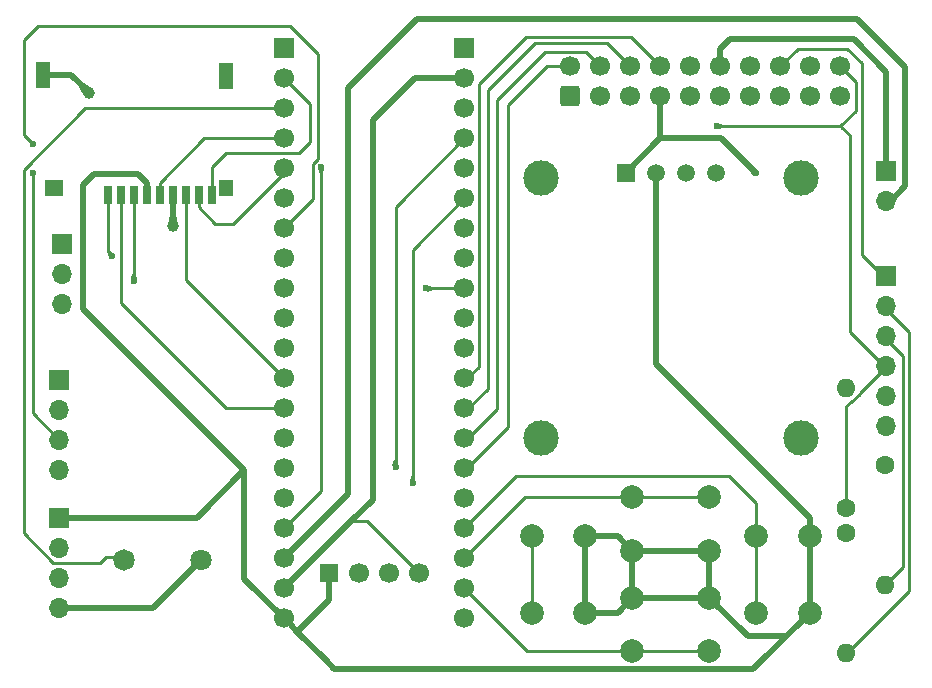
<source format=gbr>
%TF.GenerationSoftware,KiCad,Pcbnew,8.0.5*%
%TF.CreationDate,2024-11-21T15:57:14+01:00*%
%TF.ProjectId,sdiskII_stm32,73646973-6b49-4495-9f73-746d33322e6b,rev?*%
%TF.SameCoordinates,Original*%
%TF.FileFunction,Copper,L1,Top*%
%TF.FilePolarity,Positive*%
%FSLAX46Y46*%
G04 Gerber Fmt 4.6, Leading zero omitted, Abs format (unit mm)*
G04 Created by KiCad (PCBNEW 8.0.5) date 2024-11-21 15:57:14*
%MOMM*%
%LPD*%
G01*
G04 APERTURE LIST*
G04 Aperture macros list*
%AMRoundRect*
0 Rectangle with rounded corners*
0 $1 Rounding radius*
0 $2 $3 $4 $5 $6 $7 $8 $9 X,Y pos of 4 corners*
0 Add a 4 corners polygon primitive as box body*
4,1,4,$2,$3,$4,$5,$6,$7,$8,$9,$2,$3,0*
0 Add four circle primitives for the rounded corners*
1,1,$1+$1,$2,$3*
1,1,$1+$1,$4,$5*
1,1,$1+$1,$6,$7*
1,1,$1+$1,$8,$9*
0 Add four rect primitives between the rounded corners*
20,1,$1+$1,$2,$3,$4,$5,0*
20,1,$1+$1,$4,$5,$6,$7,0*
20,1,$1+$1,$6,$7,$8,$9,0*
20,1,$1+$1,$8,$9,$2,$3,0*%
G04 Aperture macros list end*
%TA.AperFunction,ComponentPad*%
%ADD10RoundRect,0.250000X0.600000X-0.600000X0.600000X0.600000X-0.600000X0.600000X-0.600000X-0.600000X0*%
%TD*%
%TA.AperFunction,ComponentPad*%
%ADD11C,1.700000*%
%TD*%
%TA.AperFunction,ComponentPad*%
%ADD12R,1.700000X1.700000*%
%TD*%
%TA.AperFunction,ComponentPad*%
%ADD13O,1.700000X1.700000*%
%TD*%
%TA.AperFunction,ComponentPad*%
%ADD14C,2.000000*%
%TD*%
%TA.AperFunction,ComponentPad*%
%ADD15C,1.600000*%
%TD*%
%TA.AperFunction,ComponentPad*%
%ADD16O,1.600000X1.600000*%
%TD*%
%TA.AperFunction,ComponentPad*%
%ADD17C,1.824000*%
%TD*%
%TA.AperFunction,ComponentPad*%
%ADD18C,1.800000*%
%TD*%
%TA.AperFunction,ComponentPad*%
%ADD19R,1.524000X1.524000*%
%TD*%
%TA.AperFunction,ComponentPad*%
%ADD20R,1.508000X1.508000*%
%TD*%
%TA.AperFunction,ComponentPad*%
%ADD21C,1.508000*%
%TD*%
%TA.AperFunction,ComponentPad*%
%ADD22C,3.000000*%
%TD*%
%TA.AperFunction,SMDPad,CuDef*%
%ADD23R,1.600000X1.400000*%
%TD*%
%TA.AperFunction,SMDPad,CuDef*%
%ADD24R,1.200000X2.200000*%
%TD*%
%TA.AperFunction,SMDPad,CuDef*%
%ADD25R,0.700000X1.600000*%
%TD*%
%TA.AperFunction,SMDPad,CuDef*%
%ADD26R,1.200000X1.400000*%
%TD*%
%TA.AperFunction,ViaPad*%
%ADD27C,0.600000*%
%TD*%
%TA.AperFunction,ViaPad*%
%ADD28C,1.000000*%
%TD*%
%TA.AperFunction,Conductor*%
%ADD29C,0.250000*%
%TD*%
%TA.AperFunction,Conductor*%
%ADD30C,0.500000*%
%TD*%
G04 APERTURE END LIST*
D10*
%TO.P,J2,1,Pin_1*%
%TO.N,GND*%
X178290000Y-92490000D03*
D11*
%TO.P,J2,2,Pin_2*%
%TO.N,STEP0*%
X178290000Y-89950000D03*
%TO.P,J2,3,Pin_3*%
%TO.N,GND*%
X180830000Y-92490000D03*
%TO.P,J2,4,Pin_4*%
%TO.N,STEP1*%
X180830000Y-89950000D03*
%TO.P,J2,5,Pin_5*%
%TO.N,GND*%
X183370000Y-92490000D03*
%TO.P,J2,6,Pin_6*%
%TO.N,STEP2*%
X183370000Y-89950000D03*
%TO.P,J2,7,Pin_7*%
%TO.N,GND*%
X185910000Y-92490000D03*
%TO.P,J2,8,Pin_8*%
%TO.N,STEP3*%
X185910000Y-89950000D03*
%TO.P,J2,9,Pin_9*%
%TO.N,unconnected-(J2-Pin_9-Pad9)*%
X188450000Y-92490000D03*
%TO.P,J2,10,Pin_10*%
%TO.N,WR_REQ*%
X188450000Y-89950000D03*
%TO.P,J2,11,Pin_11*%
%TO.N,unconnected-(J2-Pin_11-Pad11)*%
X190990000Y-92490000D03*
%TO.P,J2,12,Pin_12*%
%TO.N,VCC*%
X190990000Y-89950000D03*
%TO.P,J2,13,Pin_13*%
%TO.N,unconnected-(J2-Pin_13-Pad13)*%
X193530000Y-92490000D03*
%TO.P,J2,14,Pin_14*%
%TO.N,DEVICE_ENABLE*%
X193530000Y-89950000D03*
%TO.P,J2,15,Pin_15*%
%TO.N,unconnected-(J2-Pin_15-Pad15)*%
X196070000Y-92490000D03*
%TO.P,J2,16,Pin_16*%
%TO.N,RD_DATA*%
X196070000Y-89950000D03*
%TO.P,J2,17,Pin_17*%
%TO.N,unconnected-(J2-Pin_17-Pad17)*%
X198610000Y-92490000D03*
%TO.P,J2,18,Pin_18*%
%TO.N,WR_DATA*%
X198610000Y-89950000D03*
%TO.P,J2,19,Pin_19*%
%TO.N,unconnected-(J2-Pin_19-Pad19)*%
X201150000Y-92490000D03*
%TO.P,J2,20,Pin_20*%
%TO.N,WR_PROTECT*%
X201150000Y-89950000D03*
%TD*%
D12*
%TO.P,J3,1,Pin_1*%
%TO.N,RD_DATA*%
X205000000Y-107710000D03*
D13*
%TO.P,J3,2,Pin_2*%
%TO.N,WR_REQ*%
X205000000Y-110250000D03*
%TO.P,J3,3,Pin_3*%
%TO.N,DEVICE_ENABLE*%
X205000000Y-112790000D03*
%TO.P,J3,4,Pin_4*%
%TO.N,WR_PROTECT*%
X205000000Y-115330000D03*
%TO.P,J3,5,Pin_5*%
%TO.N,WR_DATA*%
X205000000Y-117870000D03*
%TO.P,J3,6,Pin_6*%
%TO.N,GND*%
X205000000Y-120410000D03*
%TD*%
D14*
%TO.P,UP1,1,1*%
%TO.N,+3.3V*%
X190040000Y-130950000D03*
X183540000Y-130950000D03*
%TO.P,UP1,2,2*%
%TO.N,BTN_UP*%
X190040000Y-126450000D03*
X183540000Y-126450000D03*
%TD*%
D12*
%TO.P,J5,1,Pin_1*%
%TO.N,TIM2_CH3*%
X135000000Y-116500000D03*
D13*
%TO.P,J5,2,Pin_2*%
%TO.N,TIM3_CH4*%
X135000000Y-119040000D03*
%TO.P,J5,3,Pin_3*%
%TO.N,DEBUG*%
X135000000Y-121580000D03*
%TO.P,J5,4,Pin_4*%
%TO.N,GND*%
X135000000Y-124120000D03*
%TD*%
D15*
%TO.P,R1,1*%
%TO.N,WR_PROTECT*%
X201600000Y-127330000D03*
D16*
%TO.P,R1,2*%
%TO.N,VCC*%
X201600000Y-117170000D03*
%TD*%
D17*
%TO.P,BZ1,1,+*%
%TO.N,TIM1_CH2N*%
X140500000Y-131750000D03*
D18*
%TO.P,BZ1,2,-*%
%TO.N,GND*%
X147000000Y-131750000D03*
%TD*%
D12*
%TO.P,J4,1,Pin_1*%
%TO.N,USART1_TX*%
X135240000Y-104975000D03*
D13*
%TO.P,J4,2,Pin_2*%
%TO.N,USART1_RX*%
X135240000Y-107515000D03*
%TO.P,J4,3,Pin_3*%
%TO.N,GND*%
X135240000Y-110055000D03*
%TD*%
D12*
%TO.P,\u03BCC1,1,B12*%
%TO.N,BTN_RET*%
X154050000Y-88440000D03*
D11*
%TO.P,\u03BCC1,2,B13*%
%TO.N,SD_EJECT*%
X154050000Y-90980000D03*
%TO.P,\u03BCC1,3,B14*%
%TO.N,TIM1_CH2N*%
X154050000Y-93520000D03*
%TO.P,\u03BCC1,4,B15*%
%TO.N,SDIO_CK*%
X154050000Y-96060000D03*
%TO.P,\u03BCC1,5,A8*%
%TO.N,SDIO_D1*%
X154050000Y-98600000D03*
%TO.P,\u03BCC1,6,A9*%
%TO.N,SDIO_D2*%
X154050000Y-101140000D03*
%TO.P,\u03BCC1,7,A10*%
%TO.N,DEBUG*%
X154050000Y-103680000D03*
%TO.P,\u03BCC1,8,A11*%
%TO.N,unconnected-(\u03BCC1-A11-Pad8)*%
X154050000Y-106220000D03*
%TO.P,\u03BCC1,9,A12*%
%TO.N,unconnected-(\u03BCC1-A12-Pad9)*%
X154050000Y-108760000D03*
%TO.P,\u03BCC1,10,A15*%
%TO.N,USART1_TX*%
X154050000Y-111300000D03*
%TO.P,\u03BCC1,11,B3*%
%TO.N,USART1_RX*%
X154050000Y-113840000D03*
%TO.P,\u03BCC1,12,B4*%
%TO.N,SDIO_DO*%
X154050000Y-116380000D03*
%TO.P,\u03BCC1,13,B5*%
%TO.N,SDIO_D3*%
X154050000Y-118920000D03*
%TO.P,\u03BCC1,14,B6*%
%TO.N,I2C_SCL*%
X154050000Y-121460000D03*
%TO.P,\u03BCC1,15,B7*%
%TO.N,I2C_SDA*%
X154050000Y-124000000D03*
%TO.P,\u03BCC1,16,B8*%
%TO.N,unconnected-(\u03BCC1-B8-Pad16)*%
X154050000Y-126540000D03*
%TO.P,\u03BCC1,17,B9*%
%TO.N,WR_REQ*%
X154050000Y-129080000D03*
%TO.P,\u03BCC1,18,5Vi*%
%TO.N,PWR_IN*%
X154050000Y-131620000D03*
%TO.P,\u03BCC1,19,GNDi*%
%TO.N,GND*%
X154050000Y-134160000D03*
%TO.P,\u03BCC1,20,3.3i*%
%TO.N,+3.3V*%
X154050000Y-136700000D03*
%TO.P,\u03BCC1,21,VB*%
%TO.N,unconnected-(\u03BCC1-VB-Pad21)*%
X169290000Y-136700000D03*
%TO.P,\u03BCC1,22,C13*%
%TO.N,BTN_DOWN*%
X169290000Y-134160000D03*
%TO.P,\u03BCC1,23,C14*%
%TO.N,BTN_UP*%
X169290000Y-131620000D03*
%TO.P,\u03BCC1,24,C15*%
%TO.N,BTN_ENTR*%
X169290000Y-129080000D03*
%TO.P,\u03BCC1,25,R*%
%TO.N,unconnected-(\u03BCC1-R-Pad25)*%
X169290000Y-126540000D03*
%TO.P,\u03BCC1,26,A0*%
%TO.N,STEP0*%
X169290000Y-124000000D03*
%TO.P,\u03BCC1,27,A1*%
%TO.N,STEP1*%
X169290000Y-121460000D03*
%TO.P,\u03BCC1,28,A2*%
%TO.N,STEP2*%
X169290000Y-118920000D03*
%TO.P,\u03BCC1,29,A3*%
%TO.N,STEP3*%
X169290000Y-116380000D03*
%TO.P,\u03BCC1,30,A4*%
%TO.N,DEVICE_ENABLE*%
X169290000Y-113840000D03*
%TO.P,\u03BCC1,31,A5*%
%TO.N,WR_DATA*%
X169290000Y-111300000D03*
%TO.P,\u03BCC1,32,A6*%
%TO.N,SDIO_CMD*%
X169290000Y-108760000D03*
%TO.P,\u03BCC1,33,A7*%
%TO.N,WR_DATA*%
X169290000Y-106220000D03*
%TO.P,\u03BCC1,34,B0*%
%TO.N,RD_DATA*%
X169290000Y-103680000D03*
%TO.P,\u03BCC1,35,B1*%
%TO.N,TIM3_CH4*%
X169290000Y-101140000D03*
%TO.P,\u03BCC1,36,B2*%
%TO.N,WR_PROTECT*%
X169290000Y-98600000D03*
%TO.P,\u03BCC1,37,B10*%
%TO.N,TIM2_CH3*%
X169290000Y-96060000D03*
%TO.P,\u03BCC1,38,3.3ii*%
%TO.N,unconnected-(\u03BCC1-3.3ii-Pad38)*%
X169290000Y-93520000D03*
%TO.P,\u03BCC1,39,GNDii*%
%TO.N,GND*%
X169290000Y-90980000D03*
D12*
%TO.P,\u03BCC1,40,5Vii*%
%TO.N,unconnected-(\u03BCC1-5Vii-Pad40)*%
X169290000Y-88440000D03*
D19*
%TO.P,\u03BCC1,41,3.3V*%
%TO.N,+3.3V*%
X157860000Y-132890000D03*
D11*
%TO.P,\u03BCC1,42,SDIO*%
%TO.N,SDIO*%
X160400000Y-132890000D03*
%TO.P,\u03BCC1,43,SCK*%
%TO.N,SCK*%
X162940000Y-132890000D03*
%TO.P,\u03BCC1,44,GND*%
%TO.N,GND*%
X165480000Y-132890000D03*
%TD*%
D12*
%TO.P,J1,1,Pin_1*%
%TO.N,VCC*%
X205000000Y-98810000D03*
D13*
%TO.P,J1,2,Pin_2*%
%TO.N,PWR_IN*%
X205000000Y-101350000D03*
%TD*%
D14*
%TO.P,ENTR1,1,1*%
%TO.N,+3.3V*%
X198540000Y-129700000D03*
X198540000Y-136200000D03*
%TO.P,ENTR1,2,2*%
%TO.N,BTN_ENTR*%
X194040000Y-129700000D03*
X194040000Y-136200000D03*
%TD*%
D12*
%TO.P,J6,1,Pin_1*%
%TO.N,+3.3V*%
X135000000Y-128180000D03*
D13*
%TO.P,J6,2,Pin_2*%
%TO.N,SDIO*%
X135000000Y-130720000D03*
%TO.P,J6,3,Pin_3*%
%TO.N,SCK*%
X135000000Y-133260000D03*
%TO.P,J6,4,Pin_4*%
%TO.N,GND*%
X135000000Y-135800000D03*
%TD*%
D15*
%TO.P,R3,1*%
%TO.N,VCC*%
X204950000Y-123670000D03*
D16*
%TO.P,R3,2*%
%TO.N,DEVICE_ENABLE*%
X204950000Y-133830000D03*
%TD*%
D20*
%TO.P,U8,1,GND*%
%TO.N,GND*%
X182980000Y-98950000D03*
D21*
%TO.P,U8,2,VCC_IN*%
%TO.N,+3.3V*%
X185520000Y-98950000D03*
%TO.P,U8,3,SCL*%
%TO.N,I2C_SCL*%
X188060000Y-98950000D03*
%TO.P,U8,4,SDA*%
%TO.N,I2C_SDA*%
X190600000Y-98950000D03*
D22*
%TO.P,U8,S1*%
%TO.N,N/C*%
X175790000Y-99450000D03*
%TO.P,U8,S2*%
X197790000Y-99450000D03*
%TO.P,U8,S3*%
X197790000Y-121450000D03*
%TO.P,U8,S4*%
X175790000Y-121450000D03*
%TD*%
D23*
%TO.P,U2,*%
%TO.N,*%
X134540000Y-100250000D03*
D24*
X149140000Y-90750000D03*
D25*
%TO.P,U2,1,D2*%
%TO.N,SDIO_D2*%
X139140000Y-100850000D03*
%TO.P,U2,2,D3*%
%TO.N,SDIO_D3*%
X140240000Y-100850000D03*
%TO.P,U2,3,CMD*%
%TO.N,SDIO_CMD*%
X141340000Y-100850000D03*
%TO.P,U2,4,VDD*%
%TO.N,+3.3V*%
X142440000Y-100850000D03*
%TO.P,U2,5,SCLK*%
%TO.N,SDIO_CK*%
X143540000Y-100850000D03*
%TO.P,U2,6,GND*%
%TO.N,GND*%
X144640000Y-100850000D03*
%TO.P,U2,7,DO*%
%TO.N,SDIO_DO*%
X145740000Y-100850000D03*
%TO.P,U2,8,D1*%
%TO.N,SDIO_D1*%
X146840000Y-100850000D03*
%TO.P,U2,9,CD*%
%TO.N,SD_EJECT*%
X147940000Y-100850000D03*
D26*
%TO.P,U2,10,GND*%
%TO.N,GND*%
X149140000Y-100250000D03*
D24*
%TO.P,U2,~*%
%TO.N,N/C*%
X133640000Y-90650000D03*
%TD*%
D15*
%TO.P,R2,1*%
%TO.N,VCC*%
X201600000Y-129500000D03*
D16*
%TO.P,R2,2*%
%TO.N,WR_REQ*%
X201600000Y-139660000D03*
%TD*%
D14*
%TO.P,RET1,1,1*%
%TO.N,+3.3V*%
X179540000Y-129700000D03*
X179540000Y-136200000D03*
%TO.P,RET1,2,2*%
%TO.N,BTN_RET*%
X175040000Y-129700000D03*
X175040000Y-136200000D03*
%TD*%
%TO.P,DOWN1,1,1*%
%TO.N,+3.3V*%
X183540000Y-134950000D03*
X190040000Y-134950000D03*
%TO.P,DOWN1,2,2*%
%TO.N,BTN_DOWN*%
X183540000Y-139450000D03*
X190040000Y-139450000D03*
%TD*%
D27*
%TO.N,GND*%
X194000000Y-99000000D03*
D28*
X144640000Y-103500000D03*
X137540000Y-92250000D03*
D27*
%TO.N,WR_REQ*%
X157190000Y-98500000D03*
%TO.N,WR_PROTECT*%
X190690000Y-95025000D03*
%TO.N,SDIO_CMD*%
X141340000Y-108100000D03*
X166040000Y-108760000D03*
%TO.N,SDIO_D2*%
X139490000Y-106050000D03*
%TO.N,DEBUG*%
X132750000Y-99000000D03*
X132750000Y-96500000D03*
%TO.N,TIM3_CH4*%
X164940000Y-125250000D03*
%TO.N,TIM2_CH3*%
X163490000Y-123900000D03*
%TD*%
D29*
%TO.N,TIM1_CH2N*%
X154050000Y-93520000D02*
X137230000Y-93520000D01*
X137230000Y-93520000D02*
X132000000Y-98750000D01*
X132000000Y-98750000D02*
X132000000Y-129500000D01*
X132000000Y-129500000D02*
X134500000Y-132000000D01*
X134500000Y-132000000D02*
X138500000Y-132000000D01*
X138500000Y-132000000D02*
X139000000Y-131500000D01*
X139000000Y-131500000D02*
X140500000Y-131500000D01*
%TO.N,GND*%
X161075000Y-128485000D02*
X159725000Y-128485000D01*
D30*
X161540000Y-94526341D02*
X161540000Y-126670000D01*
D29*
X137540000Y-92250000D02*
X137540000Y-92150000D01*
D30*
X165116341Y-90950000D02*
X161540000Y-94526341D01*
X159725000Y-128485000D02*
X154050000Y-134160000D01*
X191020000Y-96020000D02*
X185910000Y-96020000D01*
X137540000Y-92150000D02*
X136040000Y-90650000D01*
X144640000Y-103500000D02*
X144640000Y-100850000D01*
X194000000Y-99000000D02*
X191020000Y-96020000D01*
D29*
X165480000Y-132890000D02*
X161075000Y-128485000D01*
D30*
X185910000Y-92490000D02*
X185910000Y-96020000D01*
X168659000Y-90980000D02*
X168659000Y-90950000D01*
X165116341Y-90950000D02*
X165146341Y-90980000D01*
X136040000Y-90650000D02*
X133640000Y-90650000D01*
X185910000Y-96020000D02*
X182980000Y-98950000D01*
X135240000Y-135800000D02*
X142950000Y-135800000D01*
X161540000Y-126670000D02*
X159725000Y-128485000D01*
X142950000Y-135800000D02*
X147000000Y-131750000D01*
X165146341Y-90980000D02*
X169290000Y-90980000D01*
%TO.N,VCC*%
X205000000Y-90410000D02*
X205000000Y-98650000D01*
X202270000Y-87680000D02*
X205000000Y-90410000D01*
X190990000Y-88500000D02*
X191810000Y-87680000D01*
X190990000Y-89950000D02*
X190990000Y-88500000D01*
X205000000Y-98650000D02*
X204840000Y-98810000D01*
X191810000Y-87680000D02*
X202270000Y-87680000D01*
D29*
%TO.N,STEP2*%
X175290000Y-87950000D02*
X175040000Y-88200000D01*
X171290000Y-117250000D02*
X169620000Y-118920000D01*
X181370000Y-87950000D02*
X175290000Y-87950000D01*
X175040000Y-88200000D02*
X171290000Y-91950000D01*
X171290000Y-91950000D02*
X171290000Y-117250000D01*
X183370000Y-89950000D02*
X181370000Y-87950000D01*
%TO.N,WR_REQ*%
X204940000Y-110410000D02*
X206950000Y-112420000D01*
X157190000Y-125940000D02*
X154050000Y-129080000D01*
X157190000Y-98500000D02*
X157190000Y-125940000D01*
X206950000Y-134410000D02*
X201650000Y-139710000D01*
X206950000Y-112420000D02*
X206950000Y-134410000D01*
%TO.N,STEP3*%
X170540000Y-91450000D02*
X170540000Y-115415000D01*
X183410000Y-87450000D02*
X174540000Y-87450000D01*
X170540000Y-115415000D02*
X169575000Y-116380000D01*
X174540000Y-87450000D02*
X170540000Y-91450000D01*
X185910000Y-89950000D02*
X183410000Y-87450000D01*
%TO.N,STEP0*%
X173040000Y-93200000D02*
X173040000Y-120500000D01*
X176290000Y-89950000D02*
X173040000Y-93200000D01*
X173040000Y-120500000D02*
X169540000Y-124000000D01*
X178290000Y-89950000D02*
X176290000Y-89950000D01*
%TO.N,STEP1*%
X176165000Y-88700000D02*
X175865000Y-89000000D01*
X175865000Y-89000000D02*
X172040000Y-92825000D01*
X172040000Y-92825000D02*
X172040000Y-119000000D01*
X179580000Y-88700000D02*
X176165000Y-88700000D01*
X180830000Y-89950000D02*
X179580000Y-88700000D01*
X172040000Y-119000000D02*
X169580000Y-121460000D01*
%TO.N,WR_PROTECT*%
X202086701Y-118345000D02*
X202775000Y-117656701D01*
X201115000Y-95025000D02*
X190690000Y-95025000D01*
X202040000Y-118345000D02*
X202086701Y-118345000D01*
X201190000Y-94950000D02*
X201115000Y-95025000D01*
X202775000Y-117610000D02*
X204895000Y-115490000D01*
X201190000Y-95050000D02*
X201190000Y-94950000D01*
X202440000Y-91240000D02*
X202440000Y-93700000D01*
X202440000Y-93700000D02*
X201190000Y-94950000D01*
X201650000Y-127300000D02*
X201650000Y-118735000D01*
X201650000Y-118735000D02*
X202040000Y-118345000D01*
X204895000Y-115395000D02*
X201940000Y-112440000D01*
X204895000Y-115490000D02*
X204895000Y-115395000D01*
X201940000Y-95800000D02*
X201190000Y-95050000D01*
X202775000Y-117656701D02*
X202775000Y-117610000D01*
X201940000Y-112440000D02*
X201940000Y-95800000D01*
X201150000Y-89950000D02*
X202440000Y-91240000D01*
%TO.N,BTN_DOWN*%
X183540000Y-139450000D02*
X190040000Y-139450000D01*
X174580000Y-139450000D02*
X169290000Y-134160000D01*
X183540000Y-139450000D02*
X174580000Y-139450000D01*
%TO.N,BTN_ENTR*%
X191740213Y-124650213D02*
X173719787Y-124650213D01*
X173719787Y-124650213D02*
X169290000Y-129080000D01*
X194040000Y-126950000D02*
X191740213Y-124650213D01*
X194040000Y-129700000D02*
X194040000Y-136200000D01*
X194040000Y-129700000D02*
X194040000Y-126950000D01*
%TO.N,BTN_RET*%
X175040000Y-136200000D02*
X175040000Y-129700000D01*
%TO.N,BTN_UP*%
X190040000Y-126450000D02*
X183540000Y-126450000D01*
X183540000Y-126450000D02*
X174460000Y-126450000D01*
X174460000Y-126450000D02*
X169290000Y-131620000D01*
D30*
%TO.N,+3.3V*%
X190040000Y-134950000D02*
X190040000Y-130950000D01*
X142440000Y-100850000D02*
X142440000Y-99800000D01*
X183540000Y-130950000D02*
X182290000Y-129700000D01*
X185520000Y-115180000D02*
X198540000Y-128200000D01*
X190040000Y-130950000D02*
X183540000Y-130950000D01*
X157860000Y-132890000D02*
X157860000Y-135130000D01*
X137040000Y-100000000D02*
X137040000Y-110500000D01*
X137990000Y-99050000D02*
X137040000Y-100000000D01*
X155170000Y-137820000D02*
X154602250Y-137252250D01*
X185520000Y-98950000D02*
X185520000Y-115180000D01*
X141690000Y-99050000D02*
X137990000Y-99050000D01*
X198540000Y-136200000D02*
X193790000Y-140950000D01*
X157860000Y-135130000D02*
X155170000Y-137820000D01*
X183540000Y-134950000D02*
X190040000Y-134950000D01*
X179540000Y-136200000D02*
X179540000Y-129700000D01*
X157590000Y-140240000D02*
X155170000Y-137820000D01*
X135190000Y-128180000D02*
X146660000Y-128180000D01*
X196540000Y-138200000D02*
X193290000Y-138200000D01*
X198540000Y-129700000D02*
X198540000Y-136200000D01*
X182290000Y-136200000D02*
X183540000Y-134950000D01*
X179540000Y-136200000D02*
X182290000Y-136200000D01*
X158300000Y-140950000D02*
X157590000Y-140240000D01*
X146660000Y-128180000D02*
X150690000Y-124150000D01*
X150690000Y-133340000D02*
X154050000Y-136700000D01*
X137040000Y-110500000D02*
X150690000Y-124150000D01*
X182290000Y-129700000D02*
X179540000Y-129700000D01*
X150690000Y-124150000D02*
X150690000Y-133340000D01*
X193790000Y-140950000D02*
X158300000Y-140950000D01*
X142440000Y-99800000D02*
X141690000Y-99050000D01*
X193290000Y-138200000D02*
X190040000Y-134950000D01*
X198540000Y-128200000D02*
X198540000Y-129700000D01*
X183540000Y-134950000D02*
X183540000Y-130950000D01*
D29*
%TO.N,RD_DATA*%
X204905000Y-107870000D02*
X204940000Y-107870000D01*
X201740000Y-88500000D02*
X202940000Y-89700000D01*
X202940000Y-89700000D02*
X202940000Y-105905000D01*
X196070000Y-89950000D02*
X197520000Y-88500000D01*
X197520000Y-88500000D02*
X201740000Y-88500000D01*
X202940000Y-105905000D02*
X204905000Y-107870000D01*
%TO.N,SDIO_DO*%
X145740000Y-100850000D02*
X145740000Y-108070000D01*
X145740000Y-108070000D02*
X154050000Y-116380000D01*
%TO.N,SD_EJECT*%
X156240000Y-93170000D02*
X154050000Y-90980000D01*
X147940000Y-100850000D02*
X147940000Y-98500000D01*
X147940000Y-98500000D02*
X149155000Y-97285000D01*
X156240000Y-96350000D02*
X156240000Y-93170000D01*
X149155000Y-97285000D02*
X155305000Y-97285000D01*
X155305000Y-97285000D02*
X156240000Y-96350000D01*
X147940000Y-100850000D02*
X147940000Y-101300000D01*
%TO.N,SDIO_CK*%
X143540000Y-100850000D02*
X143540000Y-99800000D01*
X143540000Y-99800000D02*
X147280000Y-96060000D01*
X147280000Y-96060000D02*
X154050000Y-96060000D01*
%TO.N,SDIO_D1*%
X146840000Y-100850000D02*
X146840000Y-101900000D01*
X154050000Y-98990000D02*
X154050000Y-98600000D01*
X146840000Y-101900000D02*
X148240000Y-103300000D01*
X149740000Y-103300000D02*
X154050000Y-98990000D01*
X148240000Y-103300000D02*
X149740000Y-103300000D01*
D30*
%TO.N,PWR_IN*%
X165290000Y-85950000D02*
X202540000Y-85950000D01*
X154050000Y-131620000D02*
X154050000Y-131590000D01*
X159450000Y-126190000D02*
X159450000Y-91790000D01*
X206640000Y-100110000D02*
X205400000Y-101350000D01*
X159450000Y-91790000D02*
X165290000Y-85950000D01*
X154050000Y-131590000D02*
X159450000Y-126190000D01*
X205400000Y-101350000D02*
X204840000Y-101350000D01*
X206640000Y-90050000D02*
X206640000Y-100110000D01*
X202540000Y-85950000D02*
X206640000Y-90050000D01*
D29*
%TO.N,SDIO_CMD*%
X169290000Y-108760000D02*
X166040000Y-108760000D01*
X141340000Y-108100000D02*
X141340000Y-100850000D01*
%TO.N,SDIO_D2*%
X139140000Y-105700000D02*
X139140000Y-100850000D01*
X139490000Y-106050000D02*
X139140000Y-105700000D01*
%TO.N,SDIO_D3*%
X140240000Y-100850000D02*
X140240000Y-110000000D01*
X140240000Y-110000000D02*
X149160000Y-118920000D01*
X149160000Y-118920000D02*
X154050000Y-118920000D01*
%TO.N,DEBUG*%
X133250000Y-86500000D02*
X132000000Y-87750000D01*
X154050000Y-103680000D02*
X156515000Y-101215000D01*
X156910405Y-97825000D02*
X156910405Y-88884288D01*
X156910405Y-88884288D02*
X154526117Y-86500000D01*
X132000000Y-87750000D02*
X132000000Y-95750000D01*
X156515000Y-101215000D02*
X156515000Y-98220405D01*
X154526117Y-86500000D02*
X133250000Y-86500000D01*
X132750000Y-99000000D02*
X132750000Y-119330000D01*
X132750000Y-119330000D02*
X135000000Y-121580000D01*
X156515000Y-98220405D02*
X156910405Y-97825000D01*
X132000000Y-95750000D02*
X132750000Y-96500000D01*
%TO.N,TIM3_CH4*%
X164940000Y-105490000D02*
X164940000Y-125250000D01*
X169290000Y-101140000D02*
X164940000Y-105490000D01*
%TO.N,DEVICE_ENABLE*%
X204950000Y-133830000D02*
X206450000Y-132330000D01*
X206450000Y-114460000D02*
X204940000Y-112950000D01*
X206450000Y-132330000D02*
X206450000Y-114460000D01*
%TO.N,TIM2_CH3*%
X163490000Y-101860000D02*
X163490000Y-123900000D01*
X169290000Y-96060000D02*
X163490000Y-101860000D01*
%TD*%
%TA.AperFunction,Conductor*%
%TO.N,GND*%
G36*
X137077643Y-91331619D02*
G01*
X137882048Y-91888482D01*
X137886900Y-91896009D01*
X137885009Y-91904761D01*
X137883679Y-91906359D01*
X137542365Y-92249042D01*
X137538532Y-92251603D01*
X137088320Y-92437114D01*
X137079366Y-92437097D01*
X137073296Y-92431318D01*
X136719604Y-91687071D01*
X136719149Y-91678130D01*
X136721897Y-91673780D01*
X137062712Y-91332965D01*
X137070984Y-91329539D01*
X137077643Y-91331619D01*
G37*
%TD.AperFunction*%
%TD*%
%TA.AperFunction,Conductor*%
%TO.N,GND*%
G36*
X144889244Y-102503427D02*
G01*
X144892289Y-102508734D01*
X145099357Y-103298806D01*
X145098139Y-103307677D01*
X145092536Y-103312573D01*
X144644497Y-103499127D01*
X144635543Y-103499144D01*
X144635503Y-103499127D01*
X144187463Y-103312573D01*
X144181142Y-103306229D01*
X144180642Y-103298806D01*
X144387711Y-102508734D01*
X144393124Y-102501600D01*
X144399029Y-102500000D01*
X144880971Y-102500000D01*
X144889244Y-102503427D01*
G37*
%TD.AperFunction*%
%TD*%
%TA.AperFunction,Conductor*%
%TO.N,GND*%
G36*
X193760729Y-98405912D02*
G01*
X194202457Y-98779681D01*
X194206559Y-98787641D01*
X194203831Y-98796171D01*
X194203200Y-98796859D01*
X194000762Y-99000652D01*
X194000707Y-99000707D01*
X193796859Y-99203200D01*
X193788574Y-99206599D01*
X193780312Y-99203145D01*
X193779681Y-99202457D01*
X193608970Y-99000707D01*
X193405912Y-98760729D01*
X193403185Y-98752201D01*
X193406571Y-98744901D01*
X193744901Y-98406571D01*
X193753173Y-98403145D01*
X193760729Y-98405912D01*
G37*
%TD.AperFunction*%
%TD*%
%TA.AperFunction,Conductor*%
%TO.N,WR_REQ*%
G36*
X157457318Y-98610691D02*
G01*
X157463629Y-98617042D01*
X157463970Y-98624987D01*
X157317571Y-99091801D01*
X157311825Y-99098670D01*
X157306407Y-99100000D01*
X157073593Y-99100000D01*
X157065320Y-99096573D01*
X157062429Y-99091801D01*
X156916029Y-98624987D01*
X156916823Y-98616068D01*
X156922679Y-98610692D01*
X157185490Y-98500883D01*
X157194444Y-98500857D01*
X157457318Y-98610691D01*
G37*
%TD.AperFunction*%
%TD*%
%TA.AperFunction,Conductor*%
%TO.N,WR_PROTECT*%
G36*
X191281802Y-94897429D02*
G01*
X191288670Y-94903174D01*
X191290000Y-94908592D01*
X191290000Y-95141407D01*
X191286573Y-95149680D01*
X191281801Y-95152571D01*
X190814987Y-95298970D01*
X190806068Y-95298176D01*
X190800691Y-95292318D01*
X190690883Y-95029509D01*
X190690857Y-95020556D01*
X190690862Y-95020542D01*
X190800691Y-94757680D01*
X190807042Y-94751370D01*
X190814986Y-94751029D01*
X191281802Y-94897429D01*
G37*
%TD.AperFunction*%
%TD*%
%TA.AperFunction,Conductor*%
%TO.N,SDIO_CMD*%
G36*
X166631802Y-108632429D02*
G01*
X166638670Y-108638174D01*
X166640000Y-108643592D01*
X166640000Y-108876407D01*
X166636573Y-108884680D01*
X166631801Y-108887571D01*
X166164987Y-109033970D01*
X166156068Y-109033176D01*
X166150691Y-109027318D01*
X166040883Y-108764509D01*
X166040857Y-108755556D01*
X166040862Y-108755542D01*
X166150691Y-108492680D01*
X166157042Y-108486370D01*
X166164986Y-108486029D01*
X166631802Y-108632429D01*
G37*
%TD.AperFunction*%
%TD*%
%TA.AperFunction,Conductor*%
%TO.N,SDIO_CMD*%
G36*
X141464680Y-107503427D02*
G01*
X141467571Y-107508199D01*
X141613970Y-107975012D01*
X141613176Y-107983931D01*
X141607317Y-107989309D01*
X141344511Y-108099115D01*
X141335556Y-108099142D01*
X141335489Y-108099115D01*
X141072682Y-107989309D01*
X141066370Y-107982957D01*
X141066029Y-107975013D01*
X141212429Y-107508199D01*
X141218175Y-107501330D01*
X141223593Y-107500000D01*
X141456407Y-107500000D01*
X141464680Y-107503427D01*
G37*
%TD.AperFunction*%
%TD*%
%TA.AperFunction,Conductor*%
%TO.N,SDIO_D2*%
G36*
X139267548Y-105596307D02*
G01*
X139595341Y-105767882D01*
X139601080Y-105774754D01*
X139600729Y-105782711D01*
X139491860Y-106046493D01*
X139485536Y-106052833D01*
X139485489Y-106052852D01*
X139224276Y-106160107D01*
X139215321Y-106160080D01*
X139209009Y-106153728D01*
X139208785Y-106153136D01*
X139020394Y-105610510D01*
X139020918Y-105601572D01*
X139027610Y-105595621D01*
X139031447Y-105594974D01*
X139262123Y-105594974D01*
X139267548Y-105596307D01*
G37*
%TD.AperFunction*%
%TD*%
%TA.AperFunction,Conductor*%
%TO.N,TIM3_CH4*%
G36*
X165064680Y-124653427D02*
G01*
X165067571Y-124658199D01*
X165213970Y-125125012D01*
X165213176Y-125133931D01*
X165207317Y-125139309D01*
X164944511Y-125249115D01*
X164935556Y-125249142D01*
X164935489Y-125249115D01*
X164672682Y-125139309D01*
X164666370Y-125132957D01*
X164666029Y-125125013D01*
X164812429Y-124658199D01*
X164818175Y-124651330D01*
X164823593Y-124650000D01*
X165056407Y-124650000D01*
X165064680Y-124653427D01*
G37*
%TD.AperFunction*%
%TD*%
%TA.AperFunction,Conductor*%
%TO.N,TIM2_CH3*%
G36*
X163614680Y-123303427D02*
G01*
X163617571Y-123308199D01*
X163763970Y-123775012D01*
X163763176Y-123783931D01*
X163757317Y-123789309D01*
X163494511Y-123899115D01*
X163485556Y-123899142D01*
X163485489Y-123899115D01*
X163222682Y-123789309D01*
X163216370Y-123782957D01*
X163216029Y-123775013D01*
X163362429Y-123308199D01*
X163368175Y-123301330D01*
X163373593Y-123300000D01*
X163606407Y-123300000D01*
X163614680Y-123303427D01*
G37*
%TD.AperFunction*%
%TD*%
M02*

</source>
